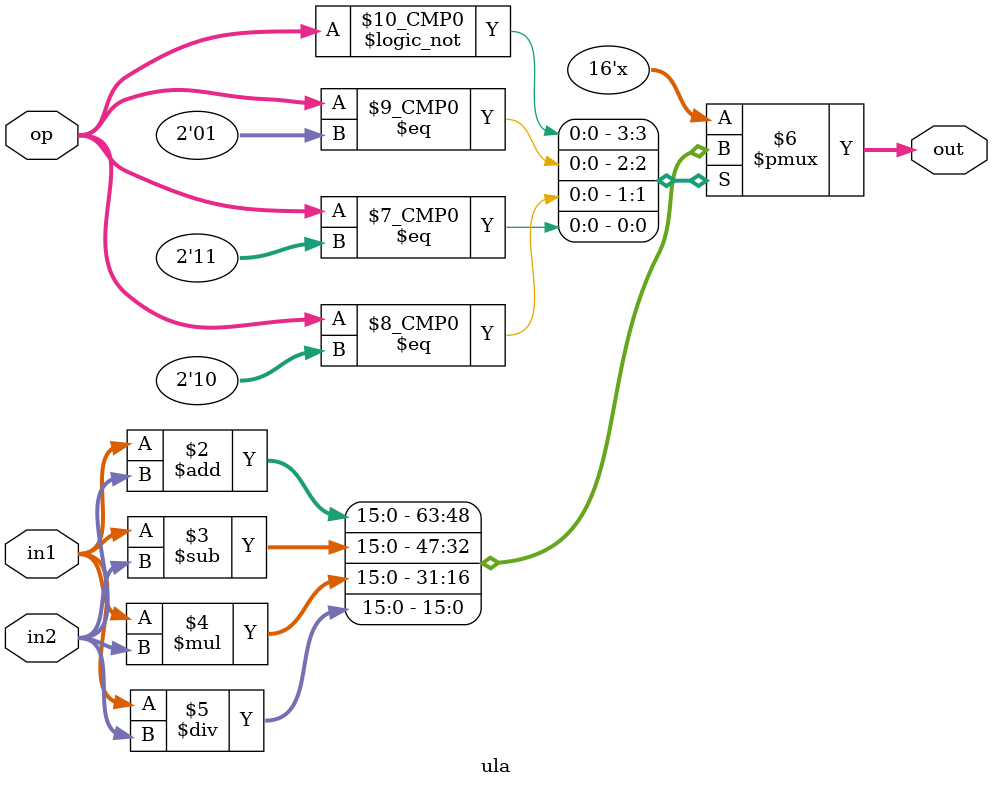
<source format=v>
module ula
(
	input [1:0] op, // 0 -> + 1 -> - 2 -> * 3 -> /
	input [15:0] in1, in2,
	output reg [15:0] out
);

always @ (*)
	case(op)
		0: out = in1 + in2;
		1: out = in1 - in2;
		2: out = in1 * in2;
		3: out = in1 / in2;
	endcase

endmodule

</source>
